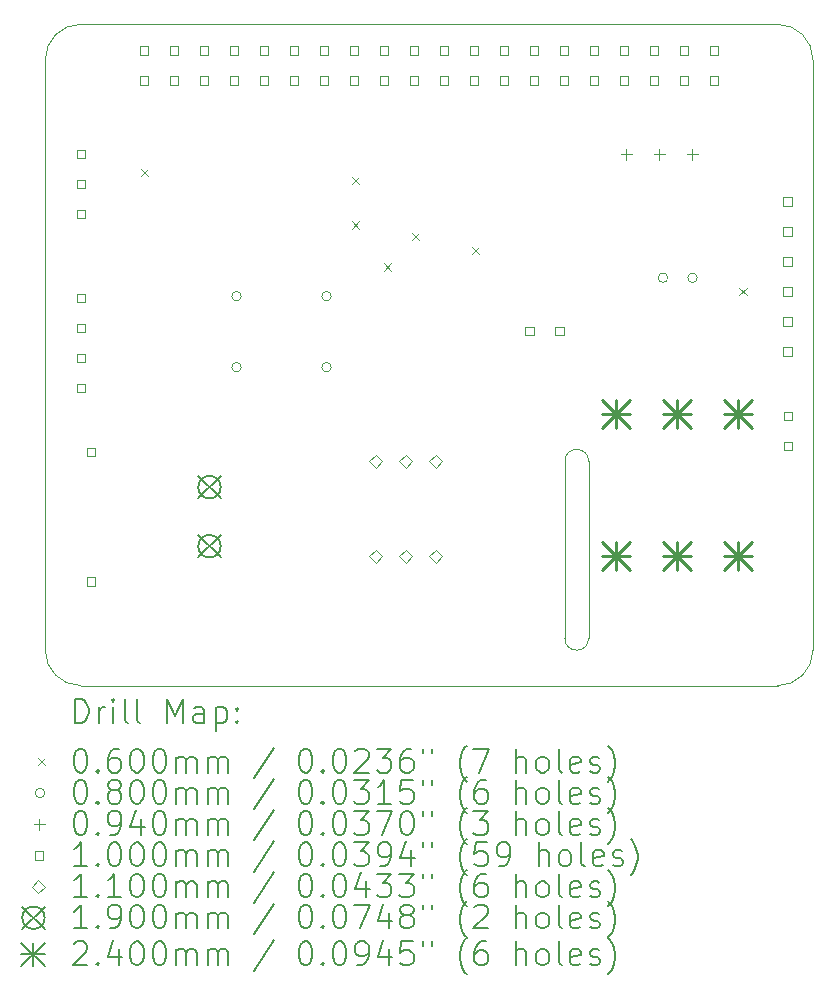
<source format=gbr>
%TF.GenerationSoftware,KiCad,Pcbnew,(6.0.11)*%
%TF.CreationDate,2023-03-27T19:54:39+10:00*%
%TF.ProjectId,RPI,5250492e-6b69-4636-9164-5f7063625858,rev?*%
%TF.SameCoordinates,Original*%
%TF.FileFunction,Drillmap*%
%TF.FilePolarity,Positive*%
%FSLAX45Y45*%
G04 Gerber Fmt 4.5, Leading zero omitted, Abs format (unit mm)*
G04 Created by KiCad (PCBNEW (6.0.11)) date 2023-03-27 19:54:39*
%MOMM*%
%LPD*%
G01*
G04 APERTURE LIST*
%ADD10C,0.100000*%
%ADD11C,0.200000*%
%ADD12C,0.060000*%
%ADD13C,0.080000*%
%ADD14C,0.094000*%
%ADD15C,0.110000*%
%ADD16C,0.190000*%
%ADD17C,0.240000*%
G04 APERTURE END LIST*
D10*
X16500000Y-4700000D02*
G75*
G03*
X16200000Y-4400000I-300000J0D01*
G01*
X16500000Y-9700000D02*
X16500000Y-4700000D01*
X10000000Y-4700000D02*
X10000000Y-9700000D01*
X14600000Y-8100000D02*
X14600000Y-9600000D01*
X14400000Y-9600000D02*
X14400000Y-8100000D01*
X10000000Y-9700000D02*
G75*
G03*
X10300000Y-10000000I300000J0D01*
G01*
X10300000Y-10000000D02*
X16200000Y-10000000D01*
X14600000Y-8100000D02*
G75*
G03*
X14400000Y-8100000I-100000J0D01*
G01*
X16200000Y-10000000D02*
G75*
G03*
X16500000Y-9700000I0J300000D01*
G01*
X10300000Y-4400000D02*
G75*
G03*
X10000000Y-4700000I0J-300000D01*
G01*
X14400000Y-9600000D02*
G75*
G03*
X14600000Y-9600000I100000J0D01*
G01*
X16200000Y-4400000D02*
X10300000Y-4400000D01*
D11*
D12*
X10807093Y-5627451D02*
X10867093Y-5687451D01*
X10867093Y-5627451D02*
X10807093Y-5687451D01*
X12593785Y-5690568D02*
X12653785Y-5750568D01*
X12653785Y-5690568D02*
X12593785Y-5750568D01*
X12595478Y-6070000D02*
X12655478Y-6130000D01*
X12655478Y-6070000D02*
X12595478Y-6130000D01*
X12870000Y-6425640D02*
X12930000Y-6485640D01*
X12930000Y-6425640D02*
X12870000Y-6485640D01*
X13104911Y-6165286D02*
X13164911Y-6225286D01*
X13164911Y-6165286D02*
X13104911Y-6225286D01*
X13612219Y-6289658D02*
X13672219Y-6349658D01*
X13672219Y-6289658D02*
X13612219Y-6349658D01*
X15877483Y-6631249D02*
X15937483Y-6691249D01*
X15937483Y-6631249D02*
X15877483Y-6691249D01*
D13*
X11659000Y-6702583D02*
G75*
G03*
X11659000Y-6702583I-40000J0D01*
G01*
X11659000Y-7303750D02*
G75*
G03*
X11659000Y-7303750I-40000J0D01*
G01*
X12421000Y-6702583D02*
G75*
G03*
X12421000Y-6702583I-40000J0D01*
G01*
X12421000Y-7303750D02*
G75*
G03*
X12421000Y-7303750I-40000J0D01*
G01*
X15270362Y-6546639D02*
G75*
G03*
X15270362Y-6546639I-40000J0D01*
G01*
X15520362Y-6546639D02*
G75*
G03*
X15520362Y-6546639I-40000J0D01*
G01*
D14*
X14921000Y-5453000D02*
X14921000Y-5547000D01*
X14874000Y-5500000D02*
X14968000Y-5500000D01*
X15200000Y-5453000D02*
X15200000Y-5547000D01*
X15153000Y-5500000D02*
X15247000Y-5500000D01*
X15479000Y-5453000D02*
X15479000Y-5547000D01*
X15432000Y-5500000D02*
X15526000Y-5500000D01*
D10*
X10335356Y-5535356D02*
X10335356Y-5464644D01*
X10264644Y-5464644D01*
X10264644Y-5535356D01*
X10335356Y-5535356D01*
X10335356Y-5789356D02*
X10335356Y-5718644D01*
X10264644Y-5718644D01*
X10264644Y-5789356D01*
X10335356Y-5789356D01*
X10335356Y-6043356D02*
X10335356Y-5972644D01*
X10264644Y-5972644D01*
X10264644Y-6043356D01*
X10335356Y-6043356D01*
X10337856Y-6755356D02*
X10337856Y-6684644D01*
X10267144Y-6684644D01*
X10267144Y-6755356D01*
X10337856Y-6755356D01*
X10337856Y-7009356D02*
X10337856Y-6938644D01*
X10267144Y-6938644D01*
X10267144Y-7009356D01*
X10337856Y-7009356D01*
X10337856Y-7263356D02*
X10337856Y-7192644D01*
X10267144Y-7192644D01*
X10267144Y-7263356D01*
X10337856Y-7263356D01*
X10337856Y-7517356D02*
X10337856Y-7446644D01*
X10267144Y-7446644D01*
X10267144Y-7517356D01*
X10337856Y-7517356D01*
X10425483Y-8054922D02*
X10425483Y-7984211D01*
X10354772Y-7984211D01*
X10354772Y-8054922D01*
X10425483Y-8054922D01*
X10425483Y-9154922D02*
X10425483Y-9084211D01*
X10354772Y-9084211D01*
X10354772Y-9154922D01*
X10425483Y-9154922D01*
X10872356Y-4658356D02*
X10872356Y-4587644D01*
X10801644Y-4587644D01*
X10801644Y-4658356D01*
X10872356Y-4658356D01*
X10872356Y-4912356D02*
X10872356Y-4841644D01*
X10801644Y-4841644D01*
X10801644Y-4912356D01*
X10872356Y-4912356D01*
X11126356Y-4658356D02*
X11126356Y-4587644D01*
X11055644Y-4587644D01*
X11055644Y-4658356D01*
X11126356Y-4658356D01*
X11126356Y-4912356D02*
X11126356Y-4841644D01*
X11055644Y-4841644D01*
X11055644Y-4912356D01*
X11126356Y-4912356D01*
X11380356Y-4658356D02*
X11380356Y-4587644D01*
X11309644Y-4587644D01*
X11309644Y-4658356D01*
X11380356Y-4658356D01*
X11380356Y-4912356D02*
X11380356Y-4841644D01*
X11309644Y-4841644D01*
X11309644Y-4912356D01*
X11380356Y-4912356D01*
X11634356Y-4658356D02*
X11634356Y-4587644D01*
X11563644Y-4587644D01*
X11563644Y-4658356D01*
X11634356Y-4658356D01*
X11634356Y-4912356D02*
X11634356Y-4841644D01*
X11563644Y-4841644D01*
X11563644Y-4912356D01*
X11634356Y-4912356D01*
X11888356Y-4658356D02*
X11888356Y-4587644D01*
X11817644Y-4587644D01*
X11817644Y-4658356D01*
X11888356Y-4658356D01*
X11888356Y-4912356D02*
X11888356Y-4841644D01*
X11817644Y-4841644D01*
X11817644Y-4912356D01*
X11888356Y-4912356D01*
X12142356Y-4658356D02*
X12142356Y-4587644D01*
X12071644Y-4587644D01*
X12071644Y-4658356D01*
X12142356Y-4658356D01*
X12142356Y-4912356D02*
X12142356Y-4841644D01*
X12071644Y-4841644D01*
X12071644Y-4912356D01*
X12142356Y-4912356D01*
X12396356Y-4658356D02*
X12396356Y-4587644D01*
X12325644Y-4587644D01*
X12325644Y-4658356D01*
X12396356Y-4658356D01*
X12396356Y-4912356D02*
X12396356Y-4841644D01*
X12325644Y-4841644D01*
X12325644Y-4912356D01*
X12396356Y-4912356D01*
X12650356Y-4658356D02*
X12650356Y-4587644D01*
X12579644Y-4587644D01*
X12579644Y-4658356D01*
X12650356Y-4658356D01*
X12650356Y-4912356D02*
X12650356Y-4841644D01*
X12579644Y-4841644D01*
X12579644Y-4912356D01*
X12650356Y-4912356D01*
X12904356Y-4658356D02*
X12904356Y-4587644D01*
X12833644Y-4587644D01*
X12833644Y-4658356D01*
X12904356Y-4658356D01*
X12904356Y-4912356D02*
X12904356Y-4841644D01*
X12833644Y-4841644D01*
X12833644Y-4912356D01*
X12904356Y-4912356D01*
X13158356Y-4658356D02*
X13158356Y-4587644D01*
X13087644Y-4587644D01*
X13087644Y-4658356D01*
X13158356Y-4658356D01*
X13158356Y-4912356D02*
X13158356Y-4841644D01*
X13087644Y-4841644D01*
X13087644Y-4912356D01*
X13158356Y-4912356D01*
X13412356Y-4658356D02*
X13412356Y-4587644D01*
X13341644Y-4587644D01*
X13341644Y-4658356D01*
X13412356Y-4658356D01*
X13412356Y-4912356D02*
X13412356Y-4841644D01*
X13341644Y-4841644D01*
X13341644Y-4912356D01*
X13412356Y-4912356D01*
X13666356Y-4658356D02*
X13666356Y-4587644D01*
X13595644Y-4587644D01*
X13595644Y-4658356D01*
X13666356Y-4658356D01*
X13666356Y-4912356D02*
X13666356Y-4841644D01*
X13595644Y-4841644D01*
X13595644Y-4912356D01*
X13666356Y-4912356D01*
X13920356Y-4658356D02*
X13920356Y-4587644D01*
X13849644Y-4587644D01*
X13849644Y-4658356D01*
X13920356Y-4658356D01*
X13920356Y-4912356D02*
X13920356Y-4841644D01*
X13849644Y-4841644D01*
X13849644Y-4912356D01*
X13920356Y-4912356D01*
X14135356Y-7035356D02*
X14135356Y-6964644D01*
X14064644Y-6964644D01*
X14064644Y-7035356D01*
X14135356Y-7035356D01*
X14174356Y-4658356D02*
X14174356Y-4587644D01*
X14103644Y-4587644D01*
X14103644Y-4658356D01*
X14174356Y-4658356D01*
X14174356Y-4912356D02*
X14174356Y-4841644D01*
X14103644Y-4841644D01*
X14103644Y-4912356D01*
X14174356Y-4912356D01*
X14389356Y-7035356D02*
X14389356Y-6964644D01*
X14318644Y-6964644D01*
X14318644Y-7035356D01*
X14389356Y-7035356D01*
X14428356Y-4658356D02*
X14428356Y-4587644D01*
X14357644Y-4587644D01*
X14357644Y-4658356D01*
X14428356Y-4658356D01*
X14428356Y-4912356D02*
X14428356Y-4841644D01*
X14357644Y-4841644D01*
X14357644Y-4912356D01*
X14428356Y-4912356D01*
X14682356Y-4658356D02*
X14682356Y-4587644D01*
X14611644Y-4587644D01*
X14611644Y-4658356D01*
X14682356Y-4658356D01*
X14682356Y-4912356D02*
X14682356Y-4841644D01*
X14611644Y-4841644D01*
X14611644Y-4912356D01*
X14682356Y-4912356D01*
X14936356Y-4658356D02*
X14936356Y-4587644D01*
X14865644Y-4587644D01*
X14865644Y-4658356D01*
X14936356Y-4658356D01*
X14936356Y-4912356D02*
X14936356Y-4841644D01*
X14865644Y-4841644D01*
X14865644Y-4912356D01*
X14936356Y-4912356D01*
X15190356Y-4658356D02*
X15190356Y-4587644D01*
X15119644Y-4587644D01*
X15119644Y-4658356D01*
X15190356Y-4658356D01*
X15190356Y-4912356D02*
X15190356Y-4841644D01*
X15119644Y-4841644D01*
X15119644Y-4912356D01*
X15190356Y-4912356D01*
X15444356Y-4658356D02*
X15444356Y-4587644D01*
X15373644Y-4587644D01*
X15373644Y-4658356D01*
X15444356Y-4658356D01*
X15444356Y-4912356D02*
X15444356Y-4841644D01*
X15373644Y-4841644D01*
X15373644Y-4912356D01*
X15444356Y-4912356D01*
X15698356Y-4658356D02*
X15698356Y-4587644D01*
X15627644Y-4587644D01*
X15627644Y-4658356D01*
X15698356Y-4658356D01*
X15698356Y-4912356D02*
X15698356Y-4841644D01*
X15627644Y-4841644D01*
X15627644Y-4912356D01*
X15698356Y-4912356D01*
X16319524Y-5935356D02*
X16319524Y-5864644D01*
X16248812Y-5864644D01*
X16248812Y-5935356D01*
X16319524Y-5935356D01*
X16319524Y-6189356D02*
X16319524Y-6118644D01*
X16248812Y-6118644D01*
X16248812Y-6189356D01*
X16319524Y-6189356D01*
X16319524Y-6443356D02*
X16319524Y-6372644D01*
X16248812Y-6372644D01*
X16248812Y-6443356D01*
X16319524Y-6443356D01*
X16319524Y-6697356D02*
X16319524Y-6626644D01*
X16248812Y-6626644D01*
X16248812Y-6697356D01*
X16319524Y-6697356D01*
X16319524Y-6951356D02*
X16319524Y-6880644D01*
X16248812Y-6880644D01*
X16248812Y-6951356D01*
X16319524Y-6951356D01*
X16319524Y-7205356D02*
X16319524Y-7134644D01*
X16248812Y-7134644D01*
X16248812Y-7205356D01*
X16319524Y-7205356D01*
X16321339Y-7752839D02*
X16321339Y-7682128D01*
X16250628Y-7682128D01*
X16250628Y-7752839D01*
X16321339Y-7752839D01*
X16321339Y-8006839D02*
X16321339Y-7936128D01*
X16250628Y-7936128D01*
X16250628Y-8006839D01*
X16321339Y-8006839D01*
D15*
X12800000Y-8155000D02*
X12855000Y-8100000D01*
X12800000Y-8045000D01*
X12745000Y-8100000D01*
X12800000Y-8155000D01*
X12800000Y-8960500D02*
X12855000Y-8905500D01*
X12800000Y-8850500D01*
X12745000Y-8905500D01*
X12800000Y-8960500D01*
X13054000Y-8155000D02*
X13109000Y-8100000D01*
X13054000Y-8045000D01*
X12999000Y-8100000D01*
X13054000Y-8155000D01*
X13054000Y-8960500D02*
X13109000Y-8905500D01*
X13054000Y-8850500D01*
X12999000Y-8905500D01*
X13054000Y-8960500D01*
X13308000Y-8155000D02*
X13363000Y-8100000D01*
X13308000Y-8045000D01*
X13253000Y-8100000D01*
X13308000Y-8155000D01*
X13308000Y-8960500D02*
X13363000Y-8905500D01*
X13308000Y-8850500D01*
X13253000Y-8905500D01*
X13308000Y-8960500D01*
D16*
X11295127Y-8224567D02*
X11485127Y-8414567D01*
X11485127Y-8224567D02*
X11295127Y-8414567D01*
X11485127Y-8319567D02*
G75*
G03*
X11485127Y-8319567I-95000J0D01*
G01*
X11295127Y-8724567D02*
X11485127Y-8914567D01*
X11485127Y-8724567D02*
X11295127Y-8914567D01*
X11485127Y-8819567D02*
G75*
G03*
X11485127Y-8819567I-95000J0D01*
G01*
D17*
X14715000Y-7580000D02*
X14955000Y-7820000D01*
X14955000Y-7580000D02*
X14715000Y-7820000D01*
X14835000Y-7580000D02*
X14835000Y-7820000D01*
X14715000Y-7700000D02*
X14955000Y-7700000D01*
X14715000Y-8780000D02*
X14955000Y-9020000D01*
X14955000Y-8780000D02*
X14715000Y-9020000D01*
X14835000Y-8780000D02*
X14835000Y-9020000D01*
X14715000Y-8900000D02*
X14955000Y-8900000D01*
X15230000Y-7580000D02*
X15470000Y-7820000D01*
X15470000Y-7580000D02*
X15230000Y-7820000D01*
X15350000Y-7580000D02*
X15350000Y-7820000D01*
X15230000Y-7700000D02*
X15470000Y-7700000D01*
X15230000Y-8780000D02*
X15470000Y-9020000D01*
X15470000Y-8780000D02*
X15230000Y-9020000D01*
X15350000Y-8780000D02*
X15350000Y-9020000D01*
X15230000Y-8900000D02*
X15470000Y-8900000D01*
X15745000Y-7580000D02*
X15985000Y-7820000D01*
X15985000Y-7580000D02*
X15745000Y-7820000D01*
X15865000Y-7580000D02*
X15865000Y-7820000D01*
X15745000Y-7700000D02*
X15985000Y-7700000D01*
X15745000Y-8780000D02*
X15985000Y-9020000D01*
X15985000Y-8780000D02*
X15745000Y-9020000D01*
X15865000Y-8780000D02*
X15865000Y-9020000D01*
X15745000Y-8900000D02*
X15985000Y-8900000D01*
D11*
X10252619Y-10315476D02*
X10252619Y-10115476D01*
X10300238Y-10115476D01*
X10328810Y-10125000D01*
X10347857Y-10144048D01*
X10357381Y-10163095D01*
X10366905Y-10201190D01*
X10366905Y-10229762D01*
X10357381Y-10267857D01*
X10347857Y-10286905D01*
X10328810Y-10305952D01*
X10300238Y-10315476D01*
X10252619Y-10315476D01*
X10452619Y-10315476D02*
X10452619Y-10182143D01*
X10452619Y-10220238D02*
X10462143Y-10201190D01*
X10471667Y-10191667D01*
X10490714Y-10182143D01*
X10509762Y-10182143D01*
X10576429Y-10315476D02*
X10576429Y-10182143D01*
X10576429Y-10115476D02*
X10566905Y-10125000D01*
X10576429Y-10134524D01*
X10585952Y-10125000D01*
X10576429Y-10115476D01*
X10576429Y-10134524D01*
X10700238Y-10315476D02*
X10681190Y-10305952D01*
X10671667Y-10286905D01*
X10671667Y-10115476D01*
X10805000Y-10315476D02*
X10785952Y-10305952D01*
X10776429Y-10286905D01*
X10776429Y-10115476D01*
X11033571Y-10315476D02*
X11033571Y-10115476D01*
X11100238Y-10258333D01*
X11166905Y-10115476D01*
X11166905Y-10315476D01*
X11347857Y-10315476D02*
X11347857Y-10210714D01*
X11338333Y-10191667D01*
X11319286Y-10182143D01*
X11281190Y-10182143D01*
X11262143Y-10191667D01*
X11347857Y-10305952D02*
X11328809Y-10315476D01*
X11281190Y-10315476D01*
X11262143Y-10305952D01*
X11252619Y-10286905D01*
X11252619Y-10267857D01*
X11262143Y-10248810D01*
X11281190Y-10239286D01*
X11328809Y-10239286D01*
X11347857Y-10229762D01*
X11443095Y-10182143D02*
X11443095Y-10382143D01*
X11443095Y-10191667D02*
X11462143Y-10182143D01*
X11500238Y-10182143D01*
X11519286Y-10191667D01*
X11528809Y-10201190D01*
X11538333Y-10220238D01*
X11538333Y-10277381D01*
X11528809Y-10296429D01*
X11519286Y-10305952D01*
X11500238Y-10315476D01*
X11462143Y-10315476D01*
X11443095Y-10305952D01*
X11624048Y-10296429D02*
X11633571Y-10305952D01*
X11624048Y-10315476D01*
X11614524Y-10305952D01*
X11624048Y-10296429D01*
X11624048Y-10315476D01*
X11624048Y-10191667D02*
X11633571Y-10201190D01*
X11624048Y-10210714D01*
X11614524Y-10201190D01*
X11624048Y-10191667D01*
X11624048Y-10210714D01*
D12*
X9935000Y-10615000D02*
X9995000Y-10675000D01*
X9995000Y-10615000D02*
X9935000Y-10675000D01*
D11*
X10290714Y-10535476D02*
X10309762Y-10535476D01*
X10328810Y-10545000D01*
X10338333Y-10554524D01*
X10347857Y-10573571D01*
X10357381Y-10611667D01*
X10357381Y-10659286D01*
X10347857Y-10697381D01*
X10338333Y-10716429D01*
X10328810Y-10725952D01*
X10309762Y-10735476D01*
X10290714Y-10735476D01*
X10271667Y-10725952D01*
X10262143Y-10716429D01*
X10252619Y-10697381D01*
X10243095Y-10659286D01*
X10243095Y-10611667D01*
X10252619Y-10573571D01*
X10262143Y-10554524D01*
X10271667Y-10545000D01*
X10290714Y-10535476D01*
X10443095Y-10716429D02*
X10452619Y-10725952D01*
X10443095Y-10735476D01*
X10433571Y-10725952D01*
X10443095Y-10716429D01*
X10443095Y-10735476D01*
X10624048Y-10535476D02*
X10585952Y-10535476D01*
X10566905Y-10545000D01*
X10557381Y-10554524D01*
X10538333Y-10583095D01*
X10528810Y-10621190D01*
X10528810Y-10697381D01*
X10538333Y-10716429D01*
X10547857Y-10725952D01*
X10566905Y-10735476D01*
X10605000Y-10735476D01*
X10624048Y-10725952D01*
X10633571Y-10716429D01*
X10643095Y-10697381D01*
X10643095Y-10649762D01*
X10633571Y-10630714D01*
X10624048Y-10621190D01*
X10605000Y-10611667D01*
X10566905Y-10611667D01*
X10547857Y-10621190D01*
X10538333Y-10630714D01*
X10528810Y-10649762D01*
X10766905Y-10535476D02*
X10785952Y-10535476D01*
X10805000Y-10545000D01*
X10814524Y-10554524D01*
X10824048Y-10573571D01*
X10833571Y-10611667D01*
X10833571Y-10659286D01*
X10824048Y-10697381D01*
X10814524Y-10716429D01*
X10805000Y-10725952D01*
X10785952Y-10735476D01*
X10766905Y-10735476D01*
X10747857Y-10725952D01*
X10738333Y-10716429D01*
X10728810Y-10697381D01*
X10719286Y-10659286D01*
X10719286Y-10611667D01*
X10728810Y-10573571D01*
X10738333Y-10554524D01*
X10747857Y-10545000D01*
X10766905Y-10535476D01*
X10957381Y-10535476D02*
X10976429Y-10535476D01*
X10995476Y-10545000D01*
X11005000Y-10554524D01*
X11014524Y-10573571D01*
X11024048Y-10611667D01*
X11024048Y-10659286D01*
X11014524Y-10697381D01*
X11005000Y-10716429D01*
X10995476Y-10725952D01*
X10976429Y-10735476D01*
X10957381Y-10735476D01*
X10938333Y-10725952D01*
X10928810Y-10716429D01*
X10919286Y-10697381D01*
X10909762Y-10659286D01*
X10909762Y-10611667D01*
X10919286Y-10573571D01*
X10928810Y-10554524D01*
X10938333Y-10545000D01*
X10957381Y-10535476D01*
X11109762Y-10735476D02*
X11109762Y-10602143D01*
X11109762Y-10621190D02*
X11119286Y-10611667D01*
X11138333Y-10602143D01*
X11166905Y-10602143D01*
X11185952Y-10611667D01*
X11195476Y-10630714D01*
X11195476Y-10735476D01*
X11195476Y-10630714D02*
X11205000Y-10611667D01*
X11224048Y-10602143D01*
X11252619Y-10602143D01*
X11271667Y-10611667D01*
X11281190Y-10630714D01*
X11281190Y-10735476D01*
X11376428Y-10735476D02*
X11376428Y-10602143D01*
X11376428Y-10621190D02*
X11385952Y-10611667D01*
X11405000Y-10602143D01*
X11433571Y-10602143D01*
X11452619Y-10611667D01*
X11462143Y-10630714D01*
X11462143Y-10735476D01*
X11462143Y-10630714D02*
X11471667Y-10611667D01*
X11490714Y-10602143D01*
X11519286Y-10602143D01*
X11538333Y-10611667D01*
X11547857Y-10630714D01*
X11547857Y-10735476D01*
X11938333Y-10525952D02*
X11766905Y-10783095D01*
X12195476Y-10535476D02*
X12214524Y-10535476D01*
X12233571Y-10545000D01*
X12243095Y-10554524D01*
X12252619Y-10573571D01*
X12262143Y-10611667D01*
X12262143Y-10659286D01*
X12252619Y-10697381D01*
X12243095Y-10716429D01*
X12233571Y-10725952D01*
X12214524Y-10735476D01*
X12195476Y-10735476D01*
X12176428Y-10725952D01*
X12166905Y-10716429D01*
X12157381Y-10697381D01*
X12147857Y-10659286D01*
X12147857Y-10611667D01*
X12157381Y-10573571D01*
X12166905Y-10554524D01*
X12176428Y-10545000D01*
X12195476Y-10535476D01*
X12347857Y-10716429D02*
X12357381Y-10725952D01*
X12347857Y-10735476D01*
X12338333Y-10725952D01*
X12347857Y-10716429D01*
X12347857Y-10735476D01*
X12481190Y-10535476D02*
X12500238Y-10535476D01*
X12519286Y-10545000D01*
X12528809Y-10554524D01*
X12538333Y-10573571D01*
X12547857Y-10611667D01*
X12547857Y-10659286D01*
X12538333Y-10697381D01*
X12528809Y-10716429D01*
X12519286Y-10725952D01*
X12500238Y-10735476D01*
X12481190Y-10735476D01*
X12462143Y-10725952D01*
X12452619Y-10716429D01*
X12443095Y-10697381D01*
X12433571Y-10659286D01*
X12433571Y-10611667D01*
X12443095Y-10573571D01*
X12452619Y-10554524D01*
X12462143Y-10545000D01*
X12481190Y-10535476D01*
X12624048Y-10554524D02*
X12633571Y-10545000D01*
X12652619Y-10535476D01*
X12700238Y-10535476D01*
X12719286Y-10545000D01*
X12728809Y-10554524D01*
X12738333Y-10573571D01*
X12738333Y-10592619D01*
X12728809Y-10621190D01*
X12614524Y-10735476D01*
X12738333Y-10735476D01*
X12805000Y-10535476D02*
X12928809Y-10535476D01*
X12862143Y-10611667D01*
X12890714Y-10611667D01*
X12909762Y-10621190D01*
X12919286Y-10630714D01*
X12928809Y-10649762D01*
X12928809Y-10697381D01*
X12919286Y-10716429D01*
X12909762Y-10725952D01*
X12890714Y-10735476D01*
X12833571Y-10735476D01*
X12814524Y-10725952D01*
X12805000Y-10716429D01*
X13100238Y-10535476D02*
X13062143Y-10535476D01*
X13043095Y-10545000D01*
X13033571Y-10554524D01*
X13014524Y-10583095D01*
X13005000Y-10621190D01*
X13005000Y-10697381D01*
X13014524Y-10716429D01*
X13024048Y-10725952D01*
X13043095Y-10735476D01*
X13081190Y-10735476D01*
X13100238Y-10725952D01*
X13109762Y-10716429D01*
X13119286Y-10697381D01*
X13119286Y-10649762D01*
X13109762Y-10630714D01*
X13100238Y-10621190D01*
X13081190Y-10611667D01*
X13043095Y-10611667D01*
X13024048Y-10621190D01*
X13014524Y-10630714D01*
X13005000Y-10649762D01*
X13195476Y-10535476D02*
X13195476Y-10573571D01*
X13271667Y-10535476D02*
X13271667Y-10573571D01*
X13566905Y-10811667D02*
X13557381Y-10802143D01*
X13538333Y-10773571D01*
X13528809Y-10754524D01*
X13519286Y-10725952D01*
X13509762Y-10678333D01*
X13509762Y-10640238D01*
X13519286Y-10592619D01*
X13528809Y-10564048D01*
X13538333Y-10545000D01*
X13557381Y-10516429D01*
X13566905Y-10506905D01*
X13624048Y-10535476D02*
X13757381Y-10535476D01*
X13671667Y-10735476D01*
X13985952Y-10735476D02*
X13985952Y-10535476D01*
X14071667Y-10735476D02*
X14071667Y-10630714D01*
X14062143Y-10611667D01*
X14043095Y-10602143D01*
X14014524Y-10602143D01*
X13995476Y-10611667D01*
X13985952Y-10621190D01*
X14195476Y-10735476D02*
X14176428Y-10725952D01*
X14166905Y-10716429D01*
X14157381Y-10697381D01*
X14157381Y-10640238D01*
X14166905Y-10621190D01*
X14176428Y-10611667D01*
X14195476Y-10602143D01*
X14224048Y-10602143D01*
X14243095Y-10611667D01*
X14252619Y-10621190D01*
X14262143Y-10640238D01*
X14262143Y-10697381D01*
X14252619Y-10716429D01*
X14243095Y-10725952D01*
X14224048Y-10735476D01*
X14195476Y-10735476D01*
X14376428Y-10735476D02*
X14357381Y-10725952D01*
X14347857Y-10706905D01*
X14347857Y-10535476D01*
X14528809Y-10725952D02*
X14509762Y-10735476D01*
X14471667Y-10735476D01*
X14452619Y-10725952D01*
X14443095Y-10706905D01*
X14443095Y-10630714D01*
X14452619Y-10611667D01*
X14471667Y-10602143D01*
X14509762Y-10602143D01*
X14528809Y-10611667D01*
X14538333Y-10630714D01*
X14538333Y-10649762D01*
X14443095Y-10668810D01*
X14614524Y-10725952D02*
X14633571Y-10735476D01*
X14671667Y-10735476D01*
X14690714Y-10725952D01*
X14700238Y-10706905D01*
X14700238Y-10697381D01*
X14690714Y-10678333D01*
X14671667Y-10668810D01*
X14643095Y-10668810D01*
X14624048Y-10659286D01*
X14614524Y-10640238D01*
X14614524Y-10630714D01*
X14624048Y-10611667D01*
X14643095Y-10602143D01*
X14671667Y-10602143D01*
X14690714Y-10611667D01*
X14766905Y-10811667D02*
X14776428Y-10802143D01*
X14795476Y-10773571D01*
X14805000Y-10754524D01*
X14814524Y-10725952D01*
X14824048Y-10678333D01*
X14824048Y-10640238D01*
X14814524Y-10592619D01*
X14805000Y-10564048D01*
X14795476Y-10545000D01*
X14776428Y-10516429D01*
X14766905Y-10506905D01*
D13*
X9995000Y-10909000D02*
G75*
G03*
X9995000Y-10909000I-40000J0D01*
G01*
D11*
X10290714Y-10799476D02*
X10309762Y-10799476D01*
X10328810Y-10809000D01*
X10338333Y-10818524D01*
X10347857Y-10837571D01*
X10357381Y-10875667D01*
X10357381Y-10923286D01*
X10347857Y-10961381D01*
X10338333Y-10980429D01*
X10328810Y-10989952D01*
X10309762Y-10999476D01*
X10290714Y-10999476D01*
X10271667Y-10989952D01*
X10262143Y-10980429D01*
X10252619Y-10961381D01*
X10243095Y-10923286D01*
X10243095Y-10875667D01*
X10252619Y-10837571D01*
X10262143Y-10818524D01*
X10271667Y-10809000D01*
X10290714Y-10799476D01*
X10443095Y-10980429D02*
X10452619Y-10989952D01*
X10443095Y-10999476D01*
X10433571Y-10989952D01*
X10443095Y-10980429D01*
X10443095Y-10999476D01*
X10566905Y-10885190D02*
X10547857Y-10875667D01*
X10538333Y-10866143D01*
X10528810Y-10847095D01*
X10528810Y-10837571D01*
X10538333Y-10818524D01*
X10547857Y-10809000D01*
X10566905Y-10799476D01*
X10605000Y-10799476D01*
X10624048Y-10809000D01*
X10633571Y-10818524D01*
X10643095Y-10837571D01*
X10643095Y-10847095D01*
X10633571Y-10866143D01*
X10624048Y-10875667D01*
X10605000Y-10885190D01*
X10566905Y-10885190D01*
X10547857Y-10894714D01*
X10538333Y-10904238D01*
X10528810Y-10923286D01*
X10528810Y-10961381D01*
X10538333Y-10980429D01*
X10547857Y-10989952D01*
X10566905Y-10999476D01*
X10605000Y-10999476D01*
X10624048Y-10989952D01*
X10633571Y-10980429D01*
X10643095Y-10961381D01*
X10643095Y-10923286D01*
X10633571Y-10904238D01*
X10624048Y-10894714D01*
X10605000Y-10885190D01*
X10766905Y-10799476D02*
X10785952Y-10799476D01*
X10805000Y-10809000D01*
X10814524Y-10818524D01*
X10824048Y-10837571D01*
X10833571Y-10875667D01*
X10833571Y-10923286D01*
X10824048Y-10961381D01*
X10814524Y-10980429D01*
X10805000Y-10989952D01*
X10785952Y-10999476D01*
X10766905Y-10999476D01*
X10747857Y-10989952D01*
X10738333Y-10980429D01*
X10728810Y-10961381D01*
X10719286Y-10923286D01*
X10719286Y-10875667D01*
X10728810Y-10837571D01*
X10738333Y-10818524D01*
X10747857Y-10809000D01*
X10766905Y-10799476D01*
X10957381Y-10799476D02*
X10976429Y-10799476D01*
X10995476Y-10809000D01*
X11005000Y-10818524D01*
X11014524Y-10837571D01*
X11024048Y-10875667D01*
X11024048Y-10923286D01*
X11014524Y-10961381D01*
X11005000Y-10980429D01*
X10995476Y-10989952D01*
X10976429Y-10999476D01*
X10957381Y-10999476D01*
X10938333Y-10989952D01*
X10928810Y-10980429D01*
X10919286Y-10961381D01*
X10909762Y-10923286D01*
X10909762Y-10875667D01*
X10919286Y-10837571D01*
X10928810Y-10818524D01*
X10938333Y-10809000D01*
X10957381Y-10799476D01*
X11109762Y-10999476D02*
X11109762Y-10866143D01*
X11109762Y-10885190D02*
X11119286Y-10875667D01*
X11138333Y-10866143D01*
X11166905Y-10866143D01*
X11185952Y-10875667D01*
X11195476Y-10894714D01*
X11195476Y-10999476D01*
X11195476Y-10894714D02*
X11205000Y-10875667D01*
X11224048Y-10866143D01*
X11252619Y-10866143D01*
X11271667Y-10875667D01*
X11281190Y-10894714D01*
X11281190Y-10999476D01*
X11376428Y-10999476D02*
X11376428Y-10866143D01*
X11376428Y-10885190D02*
X11385952Y-10875667D01*
X11405000Y-10866143D01*
X11433571Y-10866143D01*
X11452619Y-10875667D01*
X11462143Y-10894714D01*
X11462143Y-10999476D01*
X11462143Y-10894714D02*
X11471667Y-10875667D01*
X11490714Y-10866143D01*
X11519286Y-10866143D01*
X11538333Y-10875667D01*
X11547857Y-10894714D01*
X11547857Y-10999476D01*
X11938333Y-10789952D02*
X11766905Y-11047095D01*
X12195476Y-10799476D02*
X12214524Y-10799476D01*
X12233571Y-10809000D01*
X12243095Y-10818524D01*
X12252619Y-10837571D01*
X12262143Y-10875667D01*
X12262143Y-10923286D01*
X12252619Y-10961381D01*
X12243095Y-10980429D01*
X12233571Y-10989952D01*
X12214524Y-10999476D01*
X12195476Y-10999476D01*
X12176428Y-10989952D01*
X12166905Y-10980429D01*
X12157381Y-10961381D01*
X12147857Y-10923286D01*
X12147857Y-10875667D01*
X12157381Y-10837571D01*
X12166905Y-10818524D01*
X12176428Y-10809000D01*
X12195476Y-10799476D01*
X12347857Y-10980429D02*
X12357381Y-10989952D01*
X12347857Y-10999476D01*
X12338333Y-10989952D01*
X12347857Y-10980429D01*
X12347857Y-10999476D01*
X12481190Y-10799476D02*
X12500238Y-10799476D01*
X12519286Y-10809000D01*
X12528809Y-10818524D01*
X12538333Y-10837571D01*
X12547857Y-10875667D01*
X12547857Y-10923286D01*
X12538333Y-10961381D01*
X12528809Y-10980429D01*
X12519286Y-10989952D01*
X12500238Y-10999476D01*
X12481190Y-10999476D01*
X12462143Y-10989952D01*
X12452619Y-10980429D01*
X12443095Y-10961381D01*
X12433571Y-10923286D01*
X12433571Y-10875667D01*
X12443095Y-10837571D01*
X12452619Y-10818524D01*
X12462143Y-10809000D01*
X12481190Y-10799476D01*
X12614524Y-10799476D02*
X12738333Y-10799476D01*
X12671667Y-10875667D01*
X12700238Y-10875667D01*
X12719286Y-10885190D01*
X12728809Y-10894714D01*
X12738333Y-10913762D01*
X12738333Y-10961381D01*
X12728809Y-10980429D01*
X12719286Y-10989952D01*
X12700238Y-10999476D01*
X12643095Y-10999476D01*
X12624048Y-10989952D01*
X12614524Y-10980429D01*
X12928809Y-10999476D02*
X12814524Y-10999476D01*
X12871667Y-10999476D02*
X12871667Y-10799476D01*
X12852619Y-10828048D01*
X12833571Y-10847095D01*
X12814524Y-10856619D01*
X13109762Y-10799476D02*
X13014524Y-10799476D01*
X13005000Y-10894714D01*
X13014524Y-10885190D01*
X13033571Y-10875667D01*
X13081190Y-10875667D01*
X13100238Y-10885190D01*
X13109762Y-10894714D01*
X13119286Y-10913762D01*
X13119286Y-10961381D01*
X13109762Y-10980429D01*
X13100238Y-10989952D01*
X13081190Y-10999476D01*
X13033571Y-10999476D01*
X13014524Y-10989952D01*
X13005000Y-10980429D01*
X13195476Y-10799476D02*
X13195476Y-10837571D01*
X13271667Y-10799476D02*
X13271667Y-10837571D01*
X13566905Y-11075667D02*
X13557381Y-11066143D01*
X13538333Y-11037571D01*
X13528809Y-11018524D01*
X13519286Y-10989952D01*
X13509762Y-10942333D01*
X13509762Y-10904238D01*
X13519286Y-10856619D01*
X13528809Y-10828048D01*
X13538333Y-10809000D01*
X13557381Y-10780429D01*
X13566905Y-10770905D01*
X13728809Y-10799476D02*
X13690714Y-10799476D01*
X13671667Y-10809000D01*
X13662143Y-10818524D01*
X13643095Y-10847095D01*
X13633571Y-10885190D01*
X13633571Y-10961381D01*
X13643095Y-10980429D01*
X13652619Y-10989952D01*
X13671667Y-10999476D01*
X13709762Y-10999476D01*
X13728809Y-10989952D01*
X13738333Y-10980429D01*
X13747857Y-10961381D01*
X13747857Y-10913762D01*
X13738333Y-10894714D01*
X13728809Y-10885190D01*
X13709762Y-10875667D01*
X13671667Y-10875667D01*
X13652619Y-10885190D01*
X13643095Y-10894714D01*
X13633571Y-10913762D01*
X13985952Y-10999476D02*
X13985952Y-10799476D01*
X14071667Y-10999476D02*
X14071667Y-10894714D01*
X14062143Y-10875667D01*
X14043095Y-10866143D01*
X14014524Y-10866143D01*
X13995476Y-10875667D01*
X13985952Y-10885190D01*
X14195476Y-10999476D02*
X14176428Y-10989952D01*
X14166905Y-10980429D01*
X14157381Y-10961381D01*
X14157381Y-10904238D01*
X14166905Y-10885190D01*
X14176428Y-10875667D01*
X14195476Y-10866143D01*
X14224048Y-10866143D01*
X14243095Y-10875667D01*
X14252619Y-10885190D01*
X14262143Y-10904238D01*
X14262143Y-10961381D01*
X14252619Y-10980429D01*
X14243095Y-10989952D01*
X14224048Y-10999476D01*
X14195476Y-10999476D01*
X14376428Y-10999476D02*
X14357381Y-10989952D01*
X14347857Y-10970905D01*
X14347857Y-10799476D01*
X14528809Y-10989952D02*
X14509762Y-10999476D01*
X14471667Y-10999476D01*
X14452619Y-10989952D01*
X14443095Y-10970905D01*
X14443095Y-10894714D01*
X14452619Y-10875667D01*
X14471667Y-10866143D01*
X14509762Y-10866143D01*
X14528809Y-10875667D01*
X14538333Y-10894714D01*
X14538333Y-10913762D01*
X14443095Y-10932810D01*
X14614524Y-10989952D02*
X14633571Y-10999476D01*
X14671667Y-10999476D01*
X14690714Y-10989952D01*
X14700238Y-10970905D01*
X14700238Y-10961381D01*
X14690714Y-10942333D01*
X14671667Y-10932810D01*
X14643095Y-10932810D01*
X14624048Y-10923286D01*
X14614524Y-10904238D01*
X14614524Y-10894714D01*
X14624048Y-10875667D01*
X14643095Y-10866143D01*
X14671667Y-10866143D01*
X14690714Y-10875667D01*
X14766905Y-11075667D02*
X14776428Y-11066143D01*
X14795476Y-11037571D01*
X14805000Y-11018524D01*
X14814524Y-10989952D01*
X14824048Y-10942333D01*
X14824048Y-10904238D01*
X14814524Y-10856619D01*
X14805000Y-10828048D01*
X14795476Y-10809000D01*
X14776428Y-10780429D01*
X14766905Y-10770905D01*
D14*
X9948000Y-11126000D02*
X9948000Y-11220000D01*
X9901000Y-11173000D02*
X9995000Y-11173000D01*
D11*
X10290714Y-11063476D02*
X10309762Y-11063476D01*
X10328810Y-11073000D01*
X10338333Y-11082524D01*
X10347857Y-11101571D01*
X10357381Y-11139667D01*
X10357381Y-11187286D01*
X10347857Y-11225381D01*
X10338333Y-11244428D01*
X10328810Y-11253952D01*
X10309762Y-11263476D01*
X10290714Y-11263476D01*
X10271667Y-11253952D01*
X10262143Y-11244428D01*
X10252619Y-11225381D01*
X10243095Y-11187286D01*
X10243095Y-11139667D01*
X10252619Y-11101571D01*
X10262143Y-11082524D01*
X10271667Y-11073000D01*
X10290714Y-11063476D01*
X10443095Y-11244428D02*
X10452619Y-11253952D01*
X10443095Y-11263476D01*
X10433571Y-11253952D01*
X10443095Y-11244428D01*
X10443095Y-11263476D01*
X10547857Y-11263476D02*
X10585952Y-11263476D01*
X10605000Y-11253952D01*
X10614524Y-11244428D01*
X10633571Y-11215857D01*
X10643095Y-11177762D01*
X10643095Y-11101571D01*
X10633571Y-11082524D01*
X10624048Y-11073000D01*
X10605000Y-11063476D01*
X10566905Y-11063476D01*
X10547857Y-11073000D01*
X10538333Y-11082524D01*
X10528810Y-11101571D01*
X10528810Y-11149190D01*
X10538333Y-11168238D01*
X10547857Y-11177762D01*
X10566905Y-11187286D01*
X10605000Y-11187286D01*
X10624048Y-11177762D01*
X10633571Y-11168238D01*
X10643095Y-11149190D01*
X10814524Y-11130143D02*
X10814524Y-11263476D01*
X10766905Y-11053952D02*
X10719286Y-11196809D01*
X10843095Y-11196809D01*
X10957381Y-11063476D02*
X10976429Y-11063476D01*
X10995476Y-11073000D01*
X11005000Y-11082524D01*
X11014524Y-11101571D01*
X11024048Y-11139667D01*
X11024048Y-11187286D01*
X11014524Y-11225381D01*
X11005000Y-11244428D01*
X10995476Y-11253952D01*
X10976429Y-11263476D01*
X10957381Y-11263476D01*
X10938333Y-11253952D01*
X10928810Y-11244428D01*
X10919286Y-11225381D01*
X10909762Y-11187286D01*
X10909762Y-11139667D01*
X10919286Y-11101571D01*
X10928810Y-11082524D01*
X10938333Y-11073000D01*
X10957381Y-11063476D01*
X11109762Y-11263476D02*
X11109762Y-11130143D01*
X11109762Y-11149190D02*
X11119286Y-11139667D01*
X11138333Y-11130143D01*
X11166905Y-11130143D01*
X11185952Y-11139667D01*
X11195476Y-11158714D01*
X11195476Y-11263476D01*
X11195476Y-11158714D02*
X11205000Y-11139667D01*
X11224048Y-11130143D01*
X11252619Y-11130143D01*
X11271667Y-11139667D01*
X11281190Y-11158714D01*
X11281190Y-11263476D01*
X11376428Y-11263476D02*
X11376428Y-11130143D01*
X11376428Y-11149190D02*
X11385952Y-11139667D01*
X11405000Y-11130143D01*
X11433571Y-11130143D01*
X11452619Y-11139667D01*
X11462143Y-11158714D01*
X11462143Y-11263476D01*
X11462143Y-11158714D02*
X11471667Y-11139667D01*
X11490714Y-11130143D01*
X11519286Y-11130143D01*
X11538333Y-11139667D01*
X11547857Y-11158714D01*
X11547857Y-11263476D01*
X11938333Y-11053952D02*
X11766905Y-11311095D01*
X12195476Y-11063476D02*
X12214524Y-11063476D01*
X12233571Y-11073000D01*
X12243095Y-11082524D01*
X12252619Y-11101571D01*
X12262143Y-11139667D01*
X12262143Y-11187286D01*
X12252619Y-11225381D01*
X12243095Y-11244428D01*
X12233571Y-11253952D01*
X12214524Y-11263476D01*
X12195476Y-11263476D01*
X12176428Y-11253952D01*
X12166905Y-11244428D01*
X12157381Y-11225381D01*
X12147857Y-11187286D01*
X12147857Y-11139667D01*
X12157381Y-11101571D01*
X12166905Y-11082524D01*
X12176428Y-11073000D01*
X12195476Y-11063476D01*
X12347857Y-11244428D02*
X12357381Y-11253952D01*
X12347857Y-11263476D01*
X12338333Y-11253952D01*
X12347857Y-11244428D01*
X12347857Y-11263476D01*
X12481190Y-11063476D02*
X12500238Y-11063476D01*
X12519286Y-11073000D01*
X12528809Y-11082524D01*
X12538333Y-11101571D01*
X12547857Y-11139667D01*
X12547857Y-11187286D01*
X12538333Y-11225381D01*
X12528809Y-11244428D01*
X12519286Y-11253952D01*
X12500238Y-11263476D01*
X12481190Y-11263476D01*
X12462143Y-11253952D01*
X12452619Y-11244428D01*
X12443095Y-11225381D01*
X12433571Y-11187286D01*
X12433571Y-11139667D01*
X12443095Y-11101571D01*
X12452619Y-11082524D01*
X12462143Y-11073000D01*
X12481190Y-11063476D01*
X12614524Y-11063476D02*
X12738333Y-11063476D01*
X12671667Y-11139667D01*
X12700238Y-11139667D01*
X12719286Y-11149190D01*
X12728809Y-11158714D01*
X12738333Y-11177762D01*
X12738333Y-11225381D01*
X12728809Y-11244428D01*
X12719286Y-11253952D01*
X12700238Y-11263476D01*
X12643095Y-11263476D01*
X12624048Y-11253952D01*
X12614524Y-11244428D01*
X12805000Y-11063476D02*
X12938333Y-11063476D01*
X12852619Y-11263476D01*
X13052619Y-11063476D02*
X13071667Y-11063476D01*
X13090714Y-11073000D01*
X13100238Y-11082524D01*
X13109762Y-11101571D01*
X13119286Y-11139667D01*
X13119286Y-11187286D01*
X13109762Y-11225381D01*
X13100238Y-11244428D01*
X13090714Y-11253952D01*
X13071667Y-11263476D01*
X13052619Y-11263476D01*
X13033571Y-11253952D01*
X13024048Y-11244428D01*
X13014524Y-11225381D01*
X13005000Y-11187286D01*
X13005000Y-11139667D01*
X13014524Y-11101571D01*
X13024048Y-11082524D01*
X13033571Y-11073000D01*
X13052619Y-11063476D01*
X13195476Y-11063476D02*
X13195476Y-11101571D01*
X13271667Y-11063476D02*
X13271667Y-11101571D01*
X13566905Y-11339667D02*
X13557381Y-11330143D01*
X13538333Y-11301571D01*
X13528809Y-11282524D01*
X13519286Y-11253952D01*
X13509762Y-11206333D01*
X13509762Y-11168238D01*
X13519286Y-11120619D01*
X13528809Y-11092048D01*
X13538333Y-11073000D01*
X13557381Y-11044429D01*
X13566905Y-11034905D01*
X13624048Y-11063476D02*
X13747857Y-11063476D01*
X13681190Y-11139667D01*
X13709762Y-11139667D01*
X13728809Y-11149190D01*
X13738333Y-11158714D01*
X13747857Y-11177762D01*
X13747857Y-11225381D01*
X13738333Y-11244428D01*
X13728809Y-11253952D01*
X13709762Y-11263476D01*
X13652619Y-11263476D01*
X13633571Y-11253952D01*
X13624048Y-11244428D01*
X13985952Y-11263476D02*
X13985952Y-11063476D01*
X14071667Y-11263476D02*
X14071667Y-11158714D01*
X14062143Y-11139667D01*
X14043095Y-11130143D01*
X14014524Y-11130143D01*
X13995476Y-11139667D01*
X13985952Y-11149190D01*
X14195476Y-11263476D02*
X14176428Y-11253952D01*
X14166905Y-11244428D01*
X14157381Y-11225381D01*
X14157381Y-11168238D01*
X14166905Y-11149190D01*
X14176428Y-11139667D01*
X14195476Y-11130143D01*
X14224048Y-11130143D01*
X14243095Y-11139667D01*
X14252619Y-11149190D01*
X14262143Y-11168238D01*
X14262143Y-11225381D01*
X14252619Y-11244428D01*
X14243095Y-11253952D01*
X14224048Y-11263476D01*
X14195476Y-11263476D01*
X14376428Y-11263476D02*
X14357381Y-11253952D01*
X14347857Y-11234905D01*
X14347857Y-11063476D01*
X14528809Y-11253952D02*
X14509762Y-11263476D01*
X14471667Y-11263476D01*
X14452619Y-11253952D01*
X14443095Y-11234905D01*
X14443095Y-11158714D01*
X14452619Y-11139667D01*
X14471667Y-11130143D01*
X14509762Y-11130143D01*
X14528809Y-11139667D01*
X14538333Y-11158714D01*
X14538333Y-11177762D01*
X14443095Y-11196809D01*
X14614524Y-11253952D02*
X14633571Y-11263476D01*
X14671667Y-11263476D01*
X14690714Y-11253952D01*
X14700238Y-11234905D01*
X14700238Y-11225381D01*
X14690714Y-11206333D01*
X14671667Y-11196809D01*
X14643095Y-11196809D01*
X14624048Y-11187286D01*
X14614524Y-11168238D01*
X14614524Y-11158714D01*
X14624048Y-11139667D01*
X14643095Y-11130143D01*
X14671667Y-11130143D01*
X14690714Y-11139667D01*
X14766905Y-11339667D02*
X14776428Y-11330143D01*
X14795476Y-11301571D01*
X14805000Y-11282524D01*
X14814524Y-11253952D01*
X14824048Y-11206333D01*
X14824048Y-11168238D01*
X14814524Y-11120619D01*
X14805000Y-11092048D01*
X14795476Y-11073000D01*
X14776428Y-11044429D01*
X14766905Y-11034905D01*
D10*
X9980356Y-11472356D02*
X9980356Y-11401644D01*
X9909644Y-11401644D01*
X9909644Y-11472356D01*
X9980356Y-11472356D01*
D11*
X10357381Y-11527476D02*
X10243095Y-11527476D01*
X10300238Y-11527476D02*
X10300238Y-11327476D01*
X10281190Y-11356048D01*
X10262143Y-11375095D01*
X10243095Y-11384619D01*
X10443095Y-11508428D02*
X10452619Y-11517952D01*
X10443095Y-11527476D01*
X10433571Y-11517952D01*
X10443095Y-11508428D01*
X10443095Y-11527476D01*
X10576429Y-11327476D02*
X10595476Y-11327476D01*
X10614524Y-11337000D01*
X10624048Y-11346524D01*
X10633571Y-11365571D01*
X10643095Y-11403667D01*
X10643095Y-11451286D01*
X10633571Y-11489381D01*
X10624048Y-11508428D01*
X10614524Y-11517952D01*
X10595476Y-11527476D01*
X10576429Y-11527476D01*
X10557381Y-11517952D01*
X10547857Y-11508428D01*
X10538333Y-11489381D01*
X10528810Y-11451286D01*
X10528810Y-11403667D01*
X10538333Y-11365571D01*
X10547857Y-11346524D01*
X10557381Y-11337000D01*
X10576429Y-11327476D01*
X10766905Y-11327476D02*
X10785952Y-11327476D01*
X10805000Y-11337000D01*
X10814524Y-11346524D01*
X10824048Y-11365571D01*
X10833571Y-11403667D01*
X10833571Y-11451286D01*
X10824048Y-11489381D01*
X10814524Y-11508428D01*
X10805000Y-11517952D01*
X10785952Y-11527476D01*
X10766905Y-11527476D01*
X10747857Y-11517952D01*
X10738333Y-11508428D01*
X10728810Y-11489381D01*
X10719286Y-11451286D01*
X10719286Y-11403667D01*
X10728810Y-11365571D01*
X10738333Y-11346524D01*
X10747857Y-11337000D01*
X10766905Y-11327476D01*
X10957381Y-11327476D02*
X10976429Y-11327476D01*
X10995476Y-11337000D01*
X11005000Y-11346524D01*
X11014524Y-11365571D01*
X11024048Y-11403667D01*
X11024048Y-11451286D01*
X11014524Y-11489381D01*
X11005000Y-11508428D01*
X10995476Y-11517952D01*
X10976429Y-11527476D01*
X10957381Y-11527476D01*
X10938333Y-11517952D01*
X10928810Y-11508428D01*
X10919286Y-11489381D01*
X10909762Y-11451286D01*
X10909762Y-11403667D01*
X10919286Y-11365571D01*
X10928810Y-11346524D01*
X10938333Y-11337000D01*
X10957381Y-11327476D01*
X11109762Y-11527476D02*
X11109762Y-11394143D01*
X11109762Y-11413190D02*
X11119286Y-11403667D01*
X11138333Y-11394143D01*
X11166905Y-11394143D01*
X11185952Y-11403667D01*
X11195476Y-11422714D01*
X11195476Y-11527476D01*
X11195476Y-11422714D02*
X11205000Y-11403667D01*
X11224048Y-11394143D01*
X11252619Y-11394143D01*
X11271667Y-11403667D01*
X11281190Y-11422714D01*
X11281190Y-11527476D01*
X11376428Y-11527476D02*
X11376428Y-11394143D01*
X11376428Y-11413190D02*
X11385952Y-11403667D01*
X11405000Y-11394143D01*
X11433571Y-11394143D01*
X11452619Y-11403667D01*
X11462143Y-11422714D01*
X11462143Y-11527476D01*
X11462143Y-11422714D02*
X11471667Y-11403667D01*
X11490714Y-11394143D01*
X11519286Y-11394143D01*
X11538333Y-11403667D01*
X11547857Y-11422714D01*
X11547857Y-11527476D01*
X11938333Y-11317952D02*
X11766905Y-11575095D01*
X12195476Y-11327476D02*
X12214524Y-11327476D01*
X12233571Y-11337000D01*
X12243095Y-11346524D01*
X12252619Y-11365571D01*
X12262143Y-11403667D01*
X12262143Y-11451286D01*
X12252619Y-11489381D01*
X12243095Y-11508428D01*
X12233571Y-11517952D01*
X12214524Y-11527476D01*
X12195476Y-11527476D01*
X12176428Y-11517952D01*
X12166905Y-11508428D01*
X12157381Y-11489381D01*
X12147857Y-11451286D01*
X12147857Y-11403667D01*
X12157381Y-11365571D01*
X12166905Y-11346524D01*
X12176428Y-11337000D01*
X12195476Y-11327476D01*
X12347857Y-11508428D02*
X12357381Y-11517952D01*
X12347857Y-11527476D01*
X12338333Y-11517952D01*
X12347857Y-11508428D01*
X12347857Y-11527476D01*
X12481190Y-11327476D02*
X12500238Y-11327476D01*
X12519286Y-11337000D01*
X12528809Y-11346524D01*
X12538333Y-11365571D01*
X12547857Y-11403667D01*
X12547857Y-11451286D01*
X12538333Y-11489381D01*
X12528809Y-11508428D01*
X12519286Y-11517952D01*
X12500238Y-11527476D01*
X12481190Y-11527476D01*
X12462143Y-11517952D01*
X12452619Y-11508428D01*
X12443095Y-11489381D01*
X12433571Y-11451286D01*
X12433571Y-11403667D01*
X12443095Y-11365571D01*
X12452619Y-11346524D01*
X12462143Y-11337000D01*
X12481190Y-11327476D01*
X12614524Y-11327476D02*
X12738333Y-11327476D01*
X12671667Y-11403667D01*
X12700238Y-11403667D01*
X12719286Y-11413190D01*
X12728809Y-11422714D01*
X12738333Y-11441762D01*
X12738333Y-11489381D01*
X12728809Y-11508428D01*
X12719286Y-11517952D01*
X12700238Y-11527476D01*
X12643095Y-11527476D01*
X12624048Y-11517952D01*
X12614524Y-11508428D01*
X12833571Y-11527476D02*
X12871667Y-11527476D01*
X12890714Y-11517952D01*
X12900238Y-11508428D01*
X12919286Y-11479857D01*
X12928809Y-11441762D01*
X12928809Y-11365571D01*
X12919286Y-11346524D01*
X12909762Y-11337000D01*
X12890714Y-11327476D01*
X12852619Y-11327476D01*
X12833571Y-11337000D01*
X12824048Y-11346524D01*
X12814524Y-11365571D01*
X12814524Y-11413190D01*
X12824048Y-11432238D01*
X12833571Y-11441762D01*
X12852619Y-11451286D01*
X12890714Y-11451286D01*
X12909762Y-11441762D01*
X12919286Y-11432238D01*
X12928809Y-11413190D01*
X13100238Y-11394143D02*
X13100238Y-11527476D01*
X13052619Y-11317952D02*
X13005000Y-11460809D01*
X13128809Y-11460809D01*
X13195476Y-11327476D02*
X13195476Y-11365571D01*
X13271667Y-11327476D02*
X13271667Y-11365571D01*
X13566905Y-11603667D02*
X13557381Y-11594143D01*
X13538333Y-11565571D01*
X13528809Y-11546524D01*
X13519286Y-11517952D01*
X13509762Y-11470333D01*
X13509762Y-11432238D01*
X13519286Y-11384619D01*
X13528809Y-11356048D01*
X13538333Y-11337000D01*
X13557381Y-11308428D01*
X13566905Y-11298905D01*
X13738333Y-11327476D02*
X13643095Y-11327476D01*
X13633571Y-11422714D01*
X13643095Y-11413190D01*
X13662143Y-11403667D01*
X13709762Y-11403667D01*
X13728809Y-11413190D01*
X13738333Y-11422714D01*
X13747857Y-11441762D01*
X13747857Y-11489381D01*
X13738333Y-11508428D01*
X13728809Y-11517952D01*
X13709762Y-11527476D01*
X13662143Y-11527476D01*
X13643095Y-11517952D01*
X13633571Y-11508428D01*
X13843095Y-11527476D02*
X13881190Y-11527476D01*
X13900238Y-11517952D01*
X13909762Y-11508428D01*
X13928809Y-11479857D01*
X13938333Y-11441762D01*
X13938333Y-11365571D01*
X13928809Y-11346524D01*
X13919286Y-11337000D01*
X13900238Y-11327476D01*
X13862143Y-11327476D01*
X13843095Y-11337000D01*
X13833571Y-11346524D01*
X13824048Y-11365571D01*
X13824048Y-11413190D01*
X13833571Y-11432238D01*
X13843095Y-11441762D01*
X13862143Y-11451286D01*
X13900238Y-11451286D01*
X13919286Y-11441762D01*
X13928809Y-11432238D01*
X13938333Y-11413190D01*
X14176428Y-11527476D02*
X14176428Y-11327476D01*
X14262143Y-11527476D02*
X14262143Y-11422714D01*
X14252619Y-11403667D01*
X14233571Y-11394143D01*
X14205000Y-11394143D01*
X14185952Y-11403667D01*
X14176428Y-11413190D01*
X14385952Y-11527476D02*
X14366905Y-11517952D01*
X14357381Y-11508428D01*
X14347857Y-11489381D01*
X14347857Y-11432238D01*
X14357381Y-11413190D01*
X14366905Y-11403667D01*
X14385952Y-11394143D01*
X14414524Y-11394143D01*
X14433571Y-11403667D01*
X14443095Y-11413190D01*
X14452619Y-11432238D01*
X14452619Y-11489381D01*
X14443095Y-11508428D01*
X14433571Y-11517952D01*
X14414524Y-11527476D01*
X14385952Y-11527476D01*
X14566905Y-11527476D02*
X14547857Y-11517952D01*
X14538333Y-11498905D01*
X14538333Y-11327476D01*
X14719286Y-11517952D02*
X14700238Y-11527476D01*
X14662143Y-11527476D01*
X14643095Y-11517952D01*
X14633571Y-11498905D01*
X14633571Y-11422714D01*
X14643095Y-11403667D01*
X14662143Y-11394143D01*
X14700238Y-11394143D01*
X14719286Y-11403667D01*
X14728809Y-11422714D01*
X14728809Y-11441762D01*
X14633571Y-11460809D01*
X14805000Y-11517952D02*
X14824048Y-11527476D01*
X14862143Y-11527476D01*
X14881190Y-11517952D01*
X14890714Y-11498905D01*
X14890714Y-11489381D01*
X14881190Y-11470333D01*
X14862143Y-11460809D01*
X14833571Y-11460809D01*
X14814524Y-11451286D01*
X14805000Y-11432238D01*
X14805000Y-11422714D01*
X14814524Y-11403667D01*
X14833571Y-11394143D01*
X14862143Y-11394143D01*
X14881190Y-11403667D01*
X14957381Y-11603667D02*
X14966905Y-11594143D01*
X14985952Y-11565571D01*
X14995476Y-11546524D01*
X15005000Y-11517952D01*
X15014524Y-11470333D01*
X15014524Y-11432238D01*
X15005000Y-11384619D01*
X14995476Y-11356048D01*
X14985952Y-11337000D01*
X14966905Y-11308428D01*
X14957381Y-11298905D01*
D15*
X9940000Y-11756000D02*
X9995000Y-11701000D01*
X9940000Y-11646000D01*
X9885000Y-11701000D01*
X9940000Y-11756000D01*
D11*
X10357381Y-11791476D02*
X10243095Y-11791476D01*
X10300238Y-11791476D02*
X10300238Y-11591476D01*
X10281190Y-11620048D01*
X10262143Y-11639095D01*
X10243095Y-11648619D01*
X10443095Y-11772428D02*
X10452619Y-11781952D01*
X10443095Y-11791476D01*
X10433571Y-11781952D01*
X10443095Y-11772428D01*
X10443095Y-11791476D01*
X10643095Y-11791476D02*
X10528810Y-11791476D01*
X10585952Y-11791476D02*
X10585952Y-11591476D01*
X10566905Y-11620048D01*
X10547857Y-11639095D01*
X10528810Y-11648619D01*
X10766905Y-11591476D02*
X10785952Y-11591476D01*
X10805000Y-11601000D01*
X10814524Y-11610524D01*
X10824048Y-11629571D01*
X10833571Y-11667667D01*
X10833571Y-11715286D01*
X10824048Y-11753381D01*
X10814524Y-11772428D01*
X10805000Y-11781952D01*
X10785952Y-11791476D01*
X10766905Y-11791476D01*
X10747857Y-11781952D01*
X10738333Y-11772428D01*
X10728810Y-11753381D01*
X10719286Y-11715286D01*
X10719286Y-11667667D01*
X10728810Y-11629571D01*
X10738333Y-11610524D01*
X10747857Y-11601000D01*
X10766905Y-11591476D01*
X10957381Y-11591476D02*
X10976429Y-11591476D01*
X10995476Y-11601000D01*
X11005000Y-11610524D01*
X11014524Y-11629571D01*
X11024048Y-11667667D01*
X11024048Y-11715286D01*
X11014524Y-11753381D01*
X11005000Y-11772428D01*
X10995476Y-11781952D01*
X10976429Y-11791476D01*
X10957381Y-11791476D01*
X10938333Y-11781952D01*
X10928810Y-11772428D01*
X10919286Y-11753381D01*
X10909762Y-11715286D01*
X10909762Y-11667667D01*
X10919286Y-11629571D01*
X10928810Y-11610524D01*
X10938333Y-11601000D01*
X10957381Y-11591476D01*
X11109762Y-11791476D02*
X11109762Y-11658143D01*
X11109762Y-11677190D02*
X11119286Y-11667667D01*
X11138333Y-11658143D01*
X11166905Y-11658143D01*
X11185952Y-11667667D01*
X11195476Y-11686714D01*
X11195476Y-11791476D01*
X11195476Y-11686714D02*
X11205000Y-11667667D01*
X11224048Y-11658143D01*
X11252619Y-11658143D01*
X11271667Y-11667667D01*
X11281190Y-11686714D01*
X11281190Y-11791476D01*
X11376428Y-11791476D02*
X11376428Y-11658143D01*
X11376428Y-11677190D02*
X11385952Y-11667667D01*
X11405000Y-11658143D01*
X11433571Y-11658143D01*
X11452619Y-11667667D01*
X11462143Y-11686714D01*
X11462143Y-11791476D01*
X11462143Y-11686714D02*
X11471667Y-11667667D01*
X11490714Y-11658143D01*
X11519286Y-11658143D01*
X11538333Y-11667667D01*
X11547857Y-11686714D01*
X11547857Y-11791476D01*
X11938333Y-11581952D02*
X11766905Y-11839095D01*
X12195476Y-11591476D02*
X12214524Y-11591476D01*
X12233571Y-11601000D01*
X12243095Y-11610524D01*
X12252619Y-11629571D01*
X12262143Y-11667667D01*
X12262143Y-11715286D01*
X12252619Y-11753381D01*
X12243095Y-11772428D01*
X12233571Y-11781952D01*
X12214524Y-11791476D01*
X12195476Y-11791476D01*
X12176428Y-11781952D01*
X12166905Y-11772428D01*
X12157381Y-11753381D01*
X12147857Y-11715286D01*
X12147857Y-11667667D01*
X12157381Y-11629571D01*
X12166905Y-11610524D01*
X12176428Y-11601000D01*
X12195476Y-11591476D01*
X12347857Y-11772428D02*
X12357381Y-11781952D01*
X12347857Y-11791476D01*
X12338333Y-11781952D01*
X12347857Y-11772428D01*
X12347857Y-11791476D01*
X12481190Y-11591476D02*
X12500238Y-11591476D01*
X12519286Y-11601000D01*
X12528809Y-11610524D01*
X12538333Y-11629571D01*
X12547857Y-11667667D01*
X12547857Y-11715286D01*
X12538333Y-11753381D01*
X12528809Y-11772428D01*
X12519286Y-11781952D01*
X12500238Y-11791476D01*
X12481190Y-11791476D01*
X12462143Y-11781952D01*
X12452619Y-11772428D01*
X12443095Y-11753381D01*
X12433571Y-11715286D01*
X12433571Y-11667667D01*
X12443095Y-11629571D01*
X12452619Y-11610524D01*
X12462143Y-11601000D01*
X12481190Y-11591476D01*
X12719286Y-11658143D02*
X12719286Y-11791476D01*
X12671667Y-11581952D02*
X12624048Y-11724809D01*
X12747857Y-11724809D01*
X12805000Y-11591476D02*
X12928809Y-11591476D01*
X12862143Y-11667667D01*
X12890714Y-11667667D01*
X12909762Y-11677190D01*
X12919286Y-11686714D01*
X12928809Y-11705762D01*
X12928809Y-11753381D01*
X12919286Y-11772428D01*
X12909762Y-11781952D01*
X12890714Y-11791476D01*
X12833571Y-11791476D01*
X12814524Y-11781952D01*
X12805000Y-11772428D01*
X12995476Y-11591476D02*
X13119286Y-11591476D01*
X13052619Y-11667667D01*
X13081190Y-11667667D01*
X13100238Y-11677190D01*
X13109762Y-11686714D01*
X13119286Y-11705762D01*
X13119286Y-11753381D01*
X13109762Y-11772428D01*
X13100238Y-11781952D01*
X13081190Y-11791476D01*
X13024048Y-11791476D01*
X13005000Y-11781952D01*
X12995476Y-11772428D01*
X13195476Y-11591476D02*
X13195476Y-11629571D01*
X13271667Y-11591476D02*
X13271667Y-11629571D01*
X13566905Y-11867667D02*
X13557381Y-11858143D01*
X13538333Y-11829571D01*
X13528809Y-11810524D01*
X13519286Y-11781952D01*
X13509762Y-11734333D01*
X13509762Y-11696238D01*
X13519286Y-11648619D01*
X13528809Y-11620048D01*
X13538333Y-11601000D01*
X13557381Y-11572428D01*
X13566905Y-11562905D01*
X13728809Y-11591476D02*
X13690714Y-11591476D01*
X13671667Y-11601000D01*
X13662143Y-11610524D01*
X13643095Y-11639095D01*
X13633571Y-11677190D01*
X13633571Y-11753381D01*
X13643095Y-11772428D01*
X13652619Y-11781952D01*
X13671667Y-11791476D01*
X13709762Y-11791476D01*
X13728809Y-11781952D01*
X13738333Y-11772428D01*
X13747857Y-11753381D01*
X13747857Y-11705762D01*
X13738333Y-11686714D01*
X13728809Y-11677190D01*
X13709762Y-11667667D01*
X13671667Y-11667667D01*
X13652619Y-11677190D01*
X13643095Y-11686714D01*
X13633571Y-11705762D01*
X13985952Y-11791476D02*
X13985952Y-11591476D01*
X14071667Y-11791476D02*
X14071667Y-11686714D01*
X14062143Y-11667667D01*
X14043095Y-11658143D01*
X14014524Y-11658143D01*
X13995476Y-11667667D01*
X13985952Y-11677190D01*
X14195476Y-11791476D02*
X14176428Y-11781952D01*
X14166905Y-11772428D01*
X14157381Y-11753381D01*
X14157381Y-11696238D01*
X14166905Y-11677190D01*
X14176428Y-11667667D01*
X14195476Y-11658143D01*
X14224048Y-11658143D01*
X14243095Y-11667667D01*
X14252619Y-11677190D01*
X14262143Y-11696238D01*
X14262143Y-11753381D01*
X14252619Y-11772428D01*
X14243095Y-11781952D01*
X14224048Y-11791476D01*
X14195476Y-11791476D01*
X14376428Y-11791476D02*
X14357381Y-11781952D01*
X14347857Y-11762905D01*
X14347857Y-11591476D01*
X14528809Y-11781952D02*
X14509762Y-11791476D01*
X14471667Y-11791476D01*
X14452619Y-11781952D01*
X14443095Y-11762905D01*
X14443095Y-11686714D01*
X14452619Y-11667667D01*
X14471667Y-11658143D01*
X14509762Y-11658143D01*
X14528809Y-11667667D01*
X14538333Y-11686714D01*
X14538333Y-11705762D01*
X14443095Y-11724809D01*
X14614524Y-11781952D02*
X14633571Y-11791476D01*
X14671667Y-11791476D01*
X14690714Y-11781952D01*
X14700238Y-11762905D01*
X14700238Y-11753381D01*
X14690714Y-11734333D01*
X14671667Y-11724809D01*
X14643095Y-11724809D01*
X14624048Y-11715286D01*
X14614524Y-11696238D01*
X14614524Y-11686714D01*
X14624048Y-11667667D01*
X14643095Y-11658143D01*
X14671667Y-11658143D01*
X14690714Y-11667667D01*
X14766905Y-11867667D02*
X14776428Y-11858143D01*
X14795476Y-11829571D01*
X14805000Y-11810524D01*
X14814524Y-11781952D01*
X14824048Y-11734333D01*
X14824048Y-11696238D01*
X14814524Y-11648619D01*
X14805000Y-11620048D01*
X14795476Y-11601000D01*
X14776428Y-11572428D01*
X14766905Y-11562905D01*
D16*
X9805000Y-11870000D02*
X9995000Y-12060000D01*
X9995000Y-11870000D02*
X9805000Y-12060000D01*
X9995000Y-11965000D02*
G75*
G03*
X9995000Y-11965000I-95000J0D01*
G01*
D11*
X10357381Y-12055476D02*
X10243095Y-12055476D01*
X10300238Y-12055476D02*
X10300238Y-11855476D01*
X10281190Y-11884048D01*
X10262143Y-11903095D01*
X10243095Y-11912619D01*
X10443095Y-12036428D02*
X10452619Y-12045952D01*
X10443095Y-12055476D01*
X10433571Y-12045952D01*
X10443095Y-12036428D01*
X10443095Y-12055476D01*
X10547857Y-12055476D02*
X10585952Y-12055476D01*
X10605000Y-12045952D01*
X10614524Y-12036428D01*
X10633571Y-12007857D01*
X10643095Y-11969762D01*
X10643095Y-11893571D01*
X10633571Y-11874524D01*
X10624048Y-11865000D01*
X10605000Y-11855476D01*
X10566905Y-11855476D01*
X10547857Y-11865000D01*
X10538333Y-11874524D01*
X10528810Y-11893571D01*
X10528810Y-11941190D01*
X10538333Y-11960238D01*
X10547857Y-11969762D01*
X10566905Y-11979286D01*
X10605000Y-11979286D01*
X10624048Y-11969762D01*
X10633571Y-11960238D01*
X10643095Y-11941190D01*
X10766905Y-11855476D02*
X10785952Y-11855476D01*
X10805000Y-11865000D01*
X10814524Y-11874524D01*
X10824048Y-11893571D01*
X10833571Y-11931667D01*
X10833571Y-11979286D01*
X10824048Y-12017381D01*
X10814524Y-12036428D01*
X10805000Y-12045952D01*
X10785952Y-12055476D01*
X10766905Y-12055476D01*
X10747857Y-12045952D01*
X10738333Y-12036428D01*
X10728810Y-12017381D01*
X10719286Y-11979286D01*
X10719286Y-11931667D01*
X10728810Y-11893571D01*
X10738333Y-11874524D01*
X10747857Y-11865000D01*
X10766905Y-11855476D01*
X10957381Y-11855476D02*
X10976429Y-11855476D01*
X10995476Y-11865000D01*
X11005000Y-11874524D01*
X11014524Y-11893571D01*
X11024048Y-11931667D01*
X11024048Y-11979286D01*
X11014524Y-12017381D01*
X11005000Y-12036428D01*
X10995476Y-12045952D01*
X10976429Y-12055476D01*
X10957381Y-12055476D01*
X10938333Y-12045952D01*
X10928810Y-12036428D01*
X10919286Y-12017381D01*
X10909762Y-11979286D01*
X10909762Y-11931667D01*
X10919286Y-11893571D01*
X10928810Y-11874524D01*
X10938333Y-11865000D01*
X10957381Y-11855476D01*
X11109762Y-12055476D02*
X11109762Y-11922143D01*
X11109762Y-11941190D02*
X11119286Y-11931667D01*
X11138333Y-11922143D01*
X11166905Y-11922143D01*
X11185952Y-11931667D01*
X11195476Y-11950714D01*
X11195476Y-12055476D01*
X11195476Y-11950714D02*
X11205000Y-11931667D01*
X11224048Y-11922143D01*
X11252619Y-11922143D01*
X11271667Y-11931667D01*
X11281190Y-11950714D01*
X11281190Y-12055476D01*
X11376428Y-12055476D02*
X11376428Y-11922143D01*
X11376428Y-11941190D02*
X11385952Y-11931667D01*
X11405000Y-11922143D01*
X11433571Y-11922143D01*
X11452619Y-11931667D01*
X11462143Y-11950714D01*
X11462143Y-12055476D01*
X11462143Y-11950714D02*
X11471667Y-11931667D01*
X11490714Y-11922143D01*
X11519286Y-11922143D01*
X11538333Y-11931667D01*
X11547857Y-11950714D01*
X11547857Y-12055476D01*
X11938333Y-11845952D02*
X11766905Y-12103095D01*
X12195476Y-11855476D02*
X12214524Y-11855476D01*
X12233571Y-11865000D01*
X12243095Y-11874524D01*
X12252619Y-11893571D01*
X12262143Y-11931667D01*
X12262143Y-11979286D01*
X12252619Y-12017381D01*
X12243095Y-12036428D01*
X12233571Y-12045952D01*
X12214524Y-12055476D01*
X12195476Y-12055476D01*
X12176428Y-12045952D01*
X12166905Y-12036428D01*
X12157381Y-12017381D01*
X12147857Y-11979286D01*
X12147857Y-11931667D01*
X12157381Y-11893571D01*
X12166905Y-11874524D01*
X12176428Y-11865000D01*
X12195476Y-11855476D01*
X12347857Y-12036428D02*
X12357381Y-12045952D01*
X12347857Y-12055476D01*
X12338333Y-12045952D01*
X12347857Y-12036428D01*
X12347857Y-12055476D01*
X12481190Y-11855476D02*
X12500238Y-11855476D01*
X12519286Y-11865000D01*
X12528809Y-11874524D01*
X12538333Y-11893571D01*
X12547857Y-11931667D01*
X12547857Y-11979286D01*
X12538333Y-12017381D01*
X12528809Y-12036428D01*
X12519286Y-12045952D01*
X12500238Y-12055476D01*
X12481190Y-12055476D01*
X12462143Y-12045952D01*
X12452619Y-12036428D01*
X12443095Y-12017381D01*
X12433571Y-11979286D01*
X12433571Y-11931667D01*
X12443095Y-11893571D01*
X12452619Y-11874524D01*
X12462143Y-11865000D01*
X12481190Y-11855476D01*
X12614524Y-11855476D02*
X12747857Y-11855476D01*
X12662143Y-12055476D01*
X12909762Y-11922143D02*
X12909762Y-12055476D01*
X12862143Y-11845952D02*
X12814524Y-11988809D01*
X12938333Y-11988809D01*
X13043095Y-11941190D02*
X13024048Y-11931667D01*
X13014524Y-11922143D01*
X13005000Y-11903095D01*
X13005000Y-11893571D01*
X13014524Y-11874524D01*
X13024048Y-11865000D01*
X13043095Y-11855476D01*
X13081190Y-11855476D01*
X13100238Y-11865000D01*
X13109762Y-11874524D01*
X13119286Y-11893571D01*
X13119286Y-11903095D01*
X13109762Y-11922143D01*
X13100238Y-11931667D01*
X13081190Y-11941190D01*
X13043095Y-11941190D01*
X13024048Y-11950714D01*
X13014524Y-11960238D01*
X13005000Y-11979286D01*
X13005000Y-12017381D01*
X13014524Y-12036428D01*
X13024048Y-12045952D01*
X13043095Y-12055476D01*
X13081190Y-12055476D01*
X13100238Y-12045952D01*
X13109762Y-12036428D01*
X13119286Y-12017381D01*
X13119286Y-11979286D01*
X13109762Y-11960238D01*
X13100238Y-11950714D01*
X13081190Y-11941190D01*
X13195476Y-11855476D02*
X13195476Y-11893571D01*
X13271667Y-11855476D02*
X13271667Y-11893571D01*
X13566905Y-12131667D02*
X13557381Y-12122143D01*
X13538333Y-12093571D01*
X13528809Y-12074524D01*
X13519286Y-12045952D01*
X13509762Y-11998333D01*
X13509762Y-11960238D01*
X13519286Y-11912619D01*
X13528809Y-11884048D01*
X13538333Y-11865000D01*
X13557381Y-11836428D01*
X13566905Y-11826905D01*
X13633571Y-11874524D02*
X13643095Y-11865000D01*
X13662143Y-11855476D01*
X13709762Y-11855476D01*
X13728809Y-11865000D01*
X13738333Y-11874524D01*
X13747857Y-11893571D01*
X13747857Y-11912619D01*
X13738333Y-11941190D01*
X13624048Y-12055476D01*
X13747857Y-12055476D01*
X13985952Y-12055476D02*
X13985952Y-11855476D01*
X14071667Y-12055476D02*
X14071667Y-11950714D01*
X14062143Y-11931667D01*
X14043095Y-11922143D01*
X14014524Y-11922143D01*
X13995476Y-11931667D01*
X13985952Y-11941190D01*
X14195476Y-12055476D02*
X14176428Y-12045952D01*
X14166905Y-12036428D01*
X14157381Y-12017381D01*
X14157381Y-11960238D01*
X14166905Y-11941190D01*
X14176428Y-11931667D01*
X14195476Y-11922143D01*
X14224048Y-11922143D01*
X14243095Y-11931667D01*
X14252619Y-11941190D01*
X14262143Y-11960238D01*
X14262143Y-12017381D01*
X14252619Y-12036428D01*
X14243095Y-12045952D01*
X14224048Y-12055476D01*
X14195476Y-12055476D01*
X14376428Y-12055476D02*
X14357381Y-12045952D01*
X14347857Y-12026905D01*
X14347857Y-11855476D01*
X14528809Y-12045952D02*
X14509762Y-12055476D01*
X14471667Y-12055476D01*
X14452619Y-12045952D01*
X14443095Y-12026905D01*
X14443095Y-11950714D01*
X14452619Y-11931667D01*
X14471667Y-11922143D01*
X14509762Y-11922143D01*
X14528809Y-11931667D01*
X14538333Y-11950714D01*
X14538333Y-11969762D01*
X14443095Y-11988809D01*
X14614524Y-12045952D02*
X14633571Y-12055476D01*
X14671667Y-12055476D01*
X14690714Y-12045952D01*
X14700238Y-12026905D01*
X14700238Y-12017381D01*
X14690714Y-11998333D01*
X14671667Y-11988809D01*
X14643095Y-11988809D01*
X14624048Y-11979286D01*
X14614524Y-11960238D01*
X14614524Y-11950714D01*
X14624048Y-11931667D01*
X14643095Y-11922143D01*
X14671667Y-11922143D01*
X14690714Y-11931667D01*
X14766905Y-12131667D02*
X14776428Y-12122143D01*
X14795476Y-12093571D01*
X14805000Y-12074524D01*
X14814524Y-12045952D01*
X14824048Y-11998333D01*
X14824048Y-11960238D01*
X14814524Y-11912619D01*
X14805000Y-11884048D01*
X14795476Y-11865000D01*
X14776428Y-11836428D01*
X14766905Y-11826905D01*
X9795000Y-12175000D02*
X9995000Y-12375000D01*
X9995000Y-12175000D02*
X9795000Y-12375000D01*
X9895000Y-12175000D02*
X9895000Y-12375000D01*
X9795000Y-12275000D02*
X9995000Y-12275000D01*
X10243095Y-12184524D02*
X10252619Y-12175000D01*
X10271667Y-12165476D01*
X10319286Y-12165476D01*
X10338333Y-12175000D01*
X10347857Y-12184524D01*
X10357381Y-12203571D01*
X10357381Y-12222619D01*
X10347857Y-12251190D01*
X10233571Y-12365476D01*
X10357381Y-12365476D01*
X10443095Y-12346428D02*
X10452619Y-12355952D01*
X10443095Y-12365476D01*
X10433571Y-12355952D01*
X10443095Y-12346428D01*
X10443095Y-12365476D01*
X10624048Y-12232143D02*
X10624048Y-12365476D01*
X10576429Y-12155952D02*
X10528810Y-12298809D01*
X10652619Y-12298809D01*
X10766905Y-12165476D02*
X10785952Y-12165476D01*
X10805000Y-12175000D01*
X10814524Y-12184524D01*
X10824048Y-12203571D01*
X10833571Y-12241667D01*
X10833571Y-12289286D01*
X10824048Y-12327381D01*
X10814524Y-12346428D01*
X10805000Y-12355952D01*
X10785952Y-12365476D01*
X10766905Y-12365476D01*
X10747857Y-12355952D01*
X10738333Y-12346428D01*
X10728810Y-12327381D01*
X10719286Y-12289286D01*
X10719286Y-12241667D01*
X10728810Y-12203571D01*
X10738333Y-12184524D01*
X10747857Y-12175000D01*
X10766905Y-12165476D01*
X10957381Y-12165476D02*
X10976429Y-12165476D01*
X10995476Y-12175000D01*
X11005000Y-12184524D01*
X11014524Y-12203571D01*
X11024048Y-12241667D01*
X11024048Y-12289286D01*
X11014524Y-12327381D01*
X11005000Y-12346428D01*
X10995476Y-12355952D01*
X10976429Y-12365476D01*
X10957381Y-12365476D01*
X10938333Y-12355952D01*
X10928810Y-12346428D01*
X10919286Y-12327381D01*
X10909762Y-12289286D01*
X10909762Y-12241667D01*
X10919286Y-12203571D01*
X10928810Y-12184524D01*
X10938333Y-12175000D01*
X10957381Y-12165476D01*
X11109762Y-12365476D02*
X11109762Y-12232143D01*
X11109762Y-12251190D02*
X11119286Y-12241667D01*
X11138333Y-12232143D01*
X11166905Y-12232143D01*
X11185952Y-12241667D01*
X11195476Y-12260714D01*
X11195476Y-12365476D01*
X11195476Y-12260714D02*
X11205000Y-12241667D01*
X11224048Y-12232143D01*
X11252619Y-12232143D01*
X11271667Y-12241667D01*
X11281190Y-12260714D01*
X11281190Y-12365476D01*
X11376428Y-12365476D02*
X11376428Y-12232143D01*
X11376428Y-12251190D02*
X11385952Y-12241667D01*
X11405000Y-12232143D01*
X11433571Y-12232143D01*
X11452619Y-12241667D01*
X11462143Y-12260714D01*
X11462143Y-12365476D01*
X11462143Y-12260714D02*
X11471667Y-12241667D01*
X11490714Y-12232143D01*
X11519286Y-12232143D01*
X11538333Y-12241667D01*
X11547857Y-12260714D01*
X11547857Y-12365476D01*
X11938333Y-12155952D02*
X11766905Y-12413095D01*
X12195476Y-12165476D02*
X12214524Y-12165476D01*
X12233571Y-12175000D01*
X12243095Y-12184524D01*
X12252619Y-12203571D01*
X12262143Y-12241667D01*
X12262143Y-12289286D01*
X12252619Y-12327381D01*
X12243095Y-12346428D01*
X12233571Y-12355952D01*
X12214524Y-12365476D01*
X12195476Y-12365476D01*
X12176428Y-12355952D01*
X12166905Y-12346428D01*
X12157381Y-12327381D01*
X12147857Y-12289286D01*
X12147857Y-12241667D01*
X12157381Y-12203571D01*
X12166905Y-12184524D01*
X12176428Y-12175000D01*
X12195476Y-12165476D01*
X12347857Y-12346428D02*
X12357381Y-12355952D01*
X12347857Y-12365476D01*
X12338333Y-12355952D01*
X12347857Y-12346428D01*
X12347857Y-12365476D01*
X12481190Y-12165476D02*
X12500238Y-12165476D01*
X12519286Y-12175000D01*
X12528809Y-12184524D01*
X12538333Y-12203571D01*
X12547857Y-12241667D01*
X12547857Y-12289286D01*
X12538333Y-12327381D01*
X12528809Y-12346428D01*
X12519286Y-12355952D01*
X12500238Y-12365476D01*
X12481190Y-12365476D01*
X12462143Y-12355952D01*
X12452619Y-12346428D01*
X12443095Y-12327381D01*
X12433571Y-12289286D01*
X12433571Y-12241667D01*
X12443095Y-12203571D01*
X12452619Y-12184524D01*
X12462143Y-12175000D01*
X12481190Y-12165476D01*
X12643095Y-12365476D02*
X12681190Y-12365476D01*
X12700238Y-12355952D01*
X12709762Y-12346428D01*
X12728809Y-12317857D01*
X12738333Y-12279762D01*
X12738333Y-12203571D01*
X12728809Y-12184524D01*
X12719286Y-12175000D01*
X12700238Y-12165476D01*
X12662143Y-12165476D01*
X12643095Y-12175000D01*
X12633571Y-12184524D01*
X12624048Y-12203571D01*
X12624048Y-12251190D01*
X12633571Y-12270238D01*
X12643095Y-12279762D01*
X12662143Y-12289286D01*
X12700238Y-12289286D01*
X12719286Y-12279762D01*
X12728809Y-12270238D01*
X12738333Y-12251190D01*
X12909762Y-12232143D02*
X12909762Y-12365476D01*
X12862143Y-12155952D02*
X12814524Y-12298809D01*
X12938333Y-12298809D01*
X13109762Y-12165476D02*
X13014524Y-12165476D01*
X13005000Y-12260714D01*
X13014524Y-12251190D01*
X13033571Y-12241667D01*
X13081190Y-12241667D01*
X13100238Y-12251190D01*
X13109762Y-12260714D01*
X13119286Y-12279762D01*
X13119286Y-12327381D01*
X13109762Y-12346428D01*
X13100238Y-12355952D01*
X13081190Y-12365476D01*
X13033571Y-12365476D01*
X13014524Y-12355952D01*
X13005000Y-12346428D01*
X13195476Y-12165476D02*
X13195476Y-12203571D01*
X13271667Y-12165476D02*
X13271667Y-12203571D01*
X13566905Y-12441667D02*
X13557381Y-12432143D01*
X13538333Y-12403571D01*
X13528809Y-12384524D01*
X13519286Y-12355952D01*
X13509762Y-12308333D01*
X13509762Y-12270238D01*
X13519286Y-12222619D01*
X13528809Y-12194048D01*
X13538333Y-12175000D01*
X13557381Y-12146428D01*
X13566905Y-12136905D01*
X13728809Y-12165476D02*
X13690714Y-12165476D01*
X13671667Y-12175000D01*
X13662143Y-12184524D01*
X13643095Y-12213095D01*
X13633571Y-12251190D01*
X13633571Y-12327381D01*
X13643095Y-12346428D01*
X13652619Y-12355952D01*
X13671667Y-12365476D01*
X13709762Y-12365476D01*
X13728809Y-12355952D01*
X13738333Y-12346428D01*
X13747857Y-12327381D01*
X13747857Y-12279762D01*
X13738333Y-12260714D01*
X13728809Y-12251190D01*
X13709762Y-12241667D01*
X13671667Y-12241667D01*
X13652619Y-12251190D01*
X13643095Y-12260714D01*
X13633571Y-12279762D01*
X13985952Y-12365476D02*
X13985952Y-12165476D01*
X14071667Y-12365476D02*
X14071667Y-12260714D01*
X14062143Y-12241667D01*
X14043095Y-12232143D01*
X14014524Y-12232143D01*
X13995476Y-12241667D01*
X13985952Y-12251190D01*
X14195476Y-12365476D02*
X14176428Y-12355952D01*
X14166905Y-12346428D01*
X14157381Y-12327381D01*
X14157381Y-12270238D01*
X14166905Y-12251190D01*
X14176428Y-12241667D01*
X14195476Y-12232143D01*
X14224048Y-12232143D01*
X14243095Y-12241667D01*
X14252619Y-12251190D01*
X14262143Y-12270238D01*
X14262143Y-12327381D01*
X14252619Y-12346428D01*
X14243095Y-12355952D01*
X14224048Y-12365476D01*
X14195476Y-12365476D01*
X14376428Y-12365476D02*
X14357381Y-12355952D01*
X14347857Y-12336905D01*
X14347857Y-12165476D01*
X14528809Y-12355952D02*
X14509762Y-12365476D01*
X14471667Y-12365476D01*
X14452619Y-12355952D01*
X14443095Y-12336905D01*
X14443095Y-12260714D01*
X14452619Y-12241667D01*
X14471667Y-12232143D01*
X14509762Y-12232143D01*
X14528809Y-12241667D01*
X14538333Y-12260714D01*
X14538333Y-12279762D01*
X14443095Y-12298809D01*
X14614524Y-12355952D02*
X14633571Y-12365476D01*
X14671667Y-12365476D01*
X14690714Y-12355952D01*
X14700238Y-12336905D01*
X14700238Y-12327381D01*
X14690714Y-12308333D01*
X14671667Y-12298809D01*
X14643095Y-12298809D01*
X14624048Y-12289286D01*
X14614524Y-12270238D01*
X14614524Y-12260714D01*
X14624048Y-12241667D01*
X14643095Y-12232143D01*
X14671667Y-12232143D01*
X14690714Y-12241667D01*
X14766905Y-12441667D02*
X14776428Y-12432143D01*
X14795476Y-12403571D01*
X14805000Y-12384524D01*
X14814524Y-12355952D01*
X14824048Y-12308333D01*
X14824048Y-12270238D01*
X14814524Y-12222619D01*
X14805000Y-12194048D01*
X14795476Y-12175000D01*
X14776428Y-12146428D01*
X14766905Y-12136905D01*
M02*

</source>
